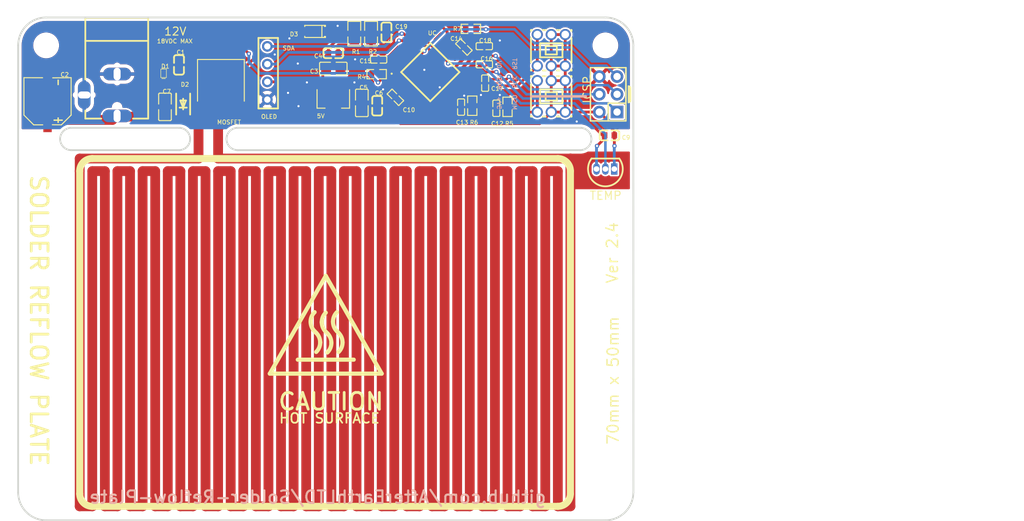
<source format=kicad_pcb>
(kicad_pcb (version 20221018) (generator pcbnew)
  (layers (0 "F.Cu" signal) (31 "B.Cu" signal) (34 "B.Paste" user) (35 "F.Paste" user) (36 "B.SilkS" user "B.Silkscreen") (37 "F.SilkS" user "F.Silkscreen") (38 "B.Mask" user) (39 "F.Mask" user) (44 "Edge.Cuts" user))
  (net 0 "")
  (net 1 "0V")
  (net 2 "TEMPDATA")
  (net 3 "5V+")
  (net 4 "SCKOLED")
  (net 5 "SDAOLED")
  (net 6 "GATE")
  (net 7 "RESET")
  (net 8 "MOSI")
  (net 9 "SCK")
  (net 10 "MISO")
  (net 11 "VCC")
  (net 12 "SW1")
  (net 13 "SW2")
  (net 14 "VCCDIV")
  (net 15 "VIN-D")
  (footprint "easyeda:DC-IN-TH_DC-005-5A-2.5" (layer "F.Cu") (at 59.05 111.325 -90)
    (fp_text reference "12V")
    (fp_text value "DC-005-5A-2.5" hide)
  )
  (footprint "easyeda:HDR-TH_6P-P2.54-V-M-R2-C3-S2.54-1" (layer "F.Cu") (at 131.65 111.225 90)
    (fp_text reference "ICSP")
    (fp_text value "Header-Male-2.54_2x3" hide)
  )
  (footprint "AutoGenerated:MountingHole_3.20mm" (layer "F.Cu") (at 51.25 168.225)
    (fp_text reference "")
    (fp_text value "")
  )
  (footprint "easyeda:R0805" (layer "F.Cu") (at 97.73 102.542 90)
    (fp_text reference "R2")
    (fp_text value "1K" hide)
  )
  (footprint "easyeda:C0805" (layer "F.Cu") (at 92.329 107.542 180)
    (fp_text reference "C3")
    (fp_text value "22uF" hide)
  )
  (footprint "easyeda:C0805" (layer "F.Cu") (at 68.25 113.025 90)
    (fp_text reference "C7")
    (fp_text value "1nF" hide)
  )
  (footprint "easyeda:SOD-882_L1.0-W0.6-BI" (layer "F.Cu") (at 68.05 108.225 -90)
    (fp_text reference "D1")
    (fp_text value "PESDMC2FD18VB" hide)
  )
  (footprint "AutoGenerated:MountingHole_3.20mm" (layer "F.Cu") (at 51.25 104.225)
    (fp_text reference "")
    (fp_text value "")
  )
  (footprint "easyeda:C0402" (layer "F.Cu") (at 114.05 109.625 90)
    (fp_text reference "C17")
    (fp_text value "10nF" hide)
  )
  (footprint "easyeda:C0402" (layer "F.Cu") (at 113.929 104.342 180)
    (fp_text reference "C18")
    (fp_text value "10nF" hide)
  )
  (footprint "easyeda:R0603" (layer "F.Cu") (at 112.208 112.86 90)
    (fp_text reference "R6")
    (fp_text value "10K" hide)
  )
  (footprint "easyeda:C0402" (layer "F.Cu") (at 98.809 106.26 180)
    (fp_text reference "C15")
    (fp_text value "10nF" hide)
  )
  (footprint "easyeda:C0603" (layer "F.Cu") (at 99.929 102.342 90)
    (fp_text reference "C19")
    (fp_text value "100nF" hide)
  )
  (footprint "AutoGenerated:MountingHole_3.20mm" (layer "F.Cu") (at 131.25 104.225)
    (fp_text reference "")
    (fp_text value "")
  )
  (footprint "easyeda:C0603" (layer "F.Cu") (at 131.832 117.107 180)
    (fp_text reference "C9")
    (fp_text value "100nF" hide)
  )
  (footprint "easyeda:C0402" (layer "F.Cu") (at 113.929 106.942 180)
    (fp_text reference "C16")
    (fp_text value "10nF" hide)
  )
  (footprint "easyeda:TQFP-32_L7.0-W7.0-P0.80-LS9.0-BL" (layer "F.Cu") (at 106.209 108.06 -45)
    (fp_text reference "UC")
    (fp_text value "ATMEGA328P-AU" hide)
  )
  (footprint "easyeda:SOD-123_L2.8-W1.8-LS3.7-FD" (layer "F.Cu") (at 70.85 112.625 -90)
    (fp_text reference "D2")
    (fp_text value "MM1Z24" hide)
  )
  (footprint "easyeda:C0402" (layer "F.Cu") (at 115.65 113.225 -90)
    (fp_text reference "C12")
    (fp_text value "10nF" hide)
  )
  (footprint "easyeda:R0603" (layer "F.Cu") (at 98.53 108.341)
    (fp_text reference "R4")
    (fp_text value "10K" hide)
  )
  (footprint "easyeda:R0603" (layer "F.Cu") (at 117.25 113.025 90)
    (fp_text reference "R5")
    (fp_text value "10K" hide)
  )
  (footprint "easyeda:C0402" (layer "F.Cu") (at 111.009 104.46 -45)
    (fp_text reference "C14")
    (fp_text value "10nF" hide)
  )
  (footprint "easyeda:TO-252-2_L6.6-W6.1-P4.57-LS9.9-BR-CW" (layer "F.Cu") (at 76.25 107.625 90)
    (fp_text reference "MOSFET")
    (fp_text value "UMW30N06" hide)
  )
  (footprint "easyeda:C0805" (layer "F.Cu") (at 96.409 112.46 -90)
    (fp_text reference "C5")
    (fp_text value "22uF" hide)
  )
  (footprint "easyeda:C0402" (layer "F.Cu") (at 110.609 113.06 -90)
    (fp_text reference "C13")
    (fp_text value "10nF" hide)
  )
  (footprint "easyeda:CAP-SMD_BD6.3-L6.6-W6.6-LS7.6-FD" (layer "F.Cu") (at 51.45 112.225 90)
    (fp_text reference "C2")
    (fp_text value "100uF" hide)
  )
  (footprint "easyeda:C0402" (layer "F.Cu") (at 101.209 111.66 135)
    (fp_text reference "C10")
    (fp_text value "10nF" hide)
  )
  (footprint "easyeda:SOD-123_L2.8-W1.8-LS3.7-RD" (layer "F.Cu") (at 89.65 102.225 180)
    (fp_text reference "D3")
    (fp_text value "DSR1M_C908221" hide)
  )
  (footprint "easyeda:TO-92-3_L4.9-W3.7-P1.27-L" (layer "F.Cu") (at 131.25 121.925 180)
    (fp_text reference "TEMP")
    (fp_text value "LMT85LP" hide)
  )
  (footprint "easyeda:OLED_0.91_128X32" (layer "F.Cu") (at 80.35 101.825)
    (fp_text reference "OLED")
    (fp_text value "SDA")
  )
  (footprint "easyeda:C0603" (layer "F.Cu") (at 70.25 107.025 -90)
    (fp_text reference "C1")
    (fp_text value "100nF" hide)
  )
  (footprint "easyeda:R0805" (layer "F.Cu") (at 95.33 102.542 90)
    (fp_text reference "R1")
    (fp_text value "3K" hide)
  )
  (footprint "easyeda:C0603" (layer "F.Cu") (at 98.609 112.86 90)
    (fp_text reference "C6")
    (fp_text value "100nF" hide)
  )
  (footprint "easyeda:SOT-89_L4.5-W2.5-P1.50-LS4.2-BR" (layer "F.Cu") (at 92.329 111.342 90)
    (fp_text reference "5V")
    (fp_text value "AMS1117-5.0S" hide)
  )
  (footprint "easyeda:SW-TH_6P-L5.8-W5.8-P2.00-LS4.5-BL" (layer "F.Cu") (at 123.507 104.922 180)
    (fp_text reference "SW2" hide)
    (fp_text value "K8-5851E-N1_C134191" hide)
  )
  (footprint "easyeda:SW-TH_6P-L5.8-W5.8-P2.00-LS4.5-BL" (layer "F.Cu") (at 123.507 111.524 180)
    (fp_text reference "SW1" hide)
    (fp_text value "K8-5851E-N1_C134191" hide)
  )
  (footprint "AutoGenerated:MountingHole_3.20mm" (layer "F.Cu") (at 131.25 168.225)
    (fp_text reference "")
    (fp_text value "")
  )
  (footprint "easyeda:C0603" (layer "F.Cu") (at 92.329 105.342)
    (fp_text reference "C4")
    (fp_text value "100nF" hide)
  )
  (footprint "easyeda:R0603" (layer "F.Cu") (at 112.01 101.859 180)
    (fp_text reference "R7")
    (fp_text value "10K" hide)
  )
  (gr_line (start 120.65 111.525) (end 128.45 111.525) (stroke (width 0.36)) (layer "B.SilkS"))
  (gr_arc (start 91.25 145.225) (mid 90.831235 144.598274) (end 90.684184 143.859) (stroke (width 0.6)) (layer "F.SilkS"))
  (gr_line (start 89.65 145.156) (end 89.884 145.391) (stroke (width 0.6)) (layer "F.SilkS"))
  (gr_arc (start 92.284 143.791) (mid 92.431065 143.051656) (end 92.84987 142.42487) (stroke (width 0.6)) (layer "F.SilkS"))
  (gr_line (start 91.25 145.225) (end 91.484 145.459) (stroke (width 0.6)) (layer "F.SilkS"))
  (gr_arc (start 92.05 146.825) (mid 91.903011 147.563962) (end 91.484423 148.190423) (stroke (width 0.6)) (layer "F.SilkS"))
  (gr_arc (start 89.884 145.391) (mid 90.302458 146.017267) (end 90.449402 146.756) (stroke (width 0.6)) (layer "F.SilkS"))
  (gr_arc (start 90.45 146.756) (mid 90.303011 147.494962) (end 89.884423 148.121423) (stroke (width 0.6)) (layer "F.SilkS"))
  (gr_arc (start 93.65 146.756) (mid 93.503011 147.494962) (end 93.084423 148.121423) (stroke (width 0.6)) (layer "F.SilkS"))
  (gr_line (start 91.25 137.225) (end 99.25 151.225) (stroke (width 0.6)) (layer "F.SilkS"))
  (gr_arc (start 89.65 145.156) (mid 89.231618 144.52935) (end 89.084891 143.790293) (stroke (width 0.6)) (layer "F.SilkS"))
  (gr_arc (start 126.25 168.425) (mid 125.722792 169.697792) (end 124.45 170.225) (stroke (width 1)) (layer "F.SilkS"))
  (gr_line (start 126.25 168.425) (end 126.25 122.225) (stroke (width 1)) (layer "F.SilkS"))
  (gr_line (start 56.05 168.425) (end 56.05 122.225) (stroke (width 1)) (layer "F.SilkS"))
  (gr_line (start 83.25 151.225) (end 91.25 137.225) (stroke (width 0.6)) (layer "F.SilkS"))
  (gr_arc (start 57.85 170.225) (mid 56.577208 169.697792) (end 56.05 168.425) (stroke (width 1)) (layer "F.SilkS"))
  (gr_arc (start 89.084 143.791) (mid 89.231065 143.051656) (end 89.64987 142.42487) (stroke (width 0.6)) (layer "F.SilkS"))
  (gr_line (start 83.25 151.225) (end 99.25 151.225) (stroke (width 0.6)) (layer "F.SilkS"))
  (gr_line (start 87.25 149.225) (end 95.25 149.225) (stroke (width 0.6)) (layer "F.SilkS"))
  (gr_arc (start 93.084 145.391) (mid 93.502458 146.017267) (end 93.649402 146.756) (stroke (width 0.6)) (layer "F.SilkS"))
  (gr_line (start 124.45 120.425) (end 57.85 120.425) (stroke (width 1)) (layer "F.SilkS"))
  (gr_arc (start 92.85 145.156) (mid 92.431618 144.52935) (end 92.284891 143.790293) (stroke (width 0.6)) (layer "F.SilkS"))
  (gr_arc (start 56.05 122.225) (mid 56.577208 120.952208) (end 57.85 120.425) (stroke (width 1)) (layer "F.SilkS"))
  (gr_line (start 57.85 170.225) (end 124.45 170.225) (stroke (width 1)) (layer "F.SilkS"))
  (gr_poly (pts (xy 134.444 112.495) (xy 134.444 109.955) (xy 134.698 109.955) (xy 134.952 110.209) (xy 134.952 112.241) (xy 134.698 112.495)) (fill solid) (layer "F.SilkS"))
  (gr_arc (start 90.684 143.859) (mid 90.831065 143.119656) (end 91.24987 142.49287) (stroke (width 0.6)) (layer "F.SilkS"))
  (gr_arc (start 91.484 145.459) (mid 91.902841 146.085343) (end 92.050109 146.824293) (stroke (width 0.6)) (layer "F.SilkS"))
  (gr_line (start 92.85 145.156) (end 93.084 145.391) (stroke (width 0.6)) (layer "F.SilkS"))
  (gr_arc (start 124.45 120.425) (mid 125.722792 120.952208) (end 126.25 122.225) (stroke (width 1)) (layer "F.SilkS"))
  (gr_arc (start 131.25 100.225) (mid 134.078427 101.396573) (end 135.25 104.225) (stroke (width 0.254)) (layer "Edge.Cuts"))
  (gr_arc (start 127.65 116.025) (mid 128.781361 116.493619) (end 129.25 117.624972) (stroke (width 0.254)) (layer "Edge.Cuts"))
  (gr_arc (start 71.85 117.625) (mid 71.381371 118.756371) (end 70.25 119.225) (stroke (width 0.254)) (layer "Edge.Cuts"))
  (gr_line (start 47.25 168.237) (end 47.25 104.225) (stroke (width 0.254)) (layer "Edge.Cuts"))
  (gr_arc (start 70.25 116.025) (mid 71.381371 116.493629) (end 71.85 117.625) (stroke (width 0.254)) (layer "Edge.Cuts"))
  (gr_line (start 54.85 119.225) (end 70.25 119.225) (stroke (width 0.254)) (layer "Edge.Cuts"))
  (gr_arc (start 135.25 168.225) (mid 134.078427 171.053427) (end 131.25 172.225) (stroke (width 0.254)) (layer "Edge.Cuts"))
  (gr_arc (start 51.25 172.225) (mid 48.421573 171.053427) (end 47.25 168.225) (stroke (width 0.254)) (layer "Edge.Cuts"))
  (gr_arc (start 129.25 117.625) (mid 128.781381 118.756361) (end 127.650028 119.225) (stroke (width 0.254)) (layer "Edge.Cuts"))
  (gr_line (start 135.25 104.225) (end 135.261 168.237) (stroke (width 0.254)) (layer "Edge.Cuts"))
  (gr_line (start 78.65 119.225) (end 127.65 119.225) (stroke (width 0.254)) (layer "Edge.Cuts"))
  (gr_arc (start 54.85 119.225) (mid 53.718629 118.756371) (end 53.25 117.625) (stroke (width 0.254)) (layer "Edge.Cuts"))
  (gr_line (start 131.25 172.225) (end 51.25 172.225) (stroke (width 0.254)) (layer "Edge.Cuts"))
  (gr_arc (start 47.25 104.225) (mid 48.421573 101.396573) (end 51.25 100.225) (stroke (width 0.254)) (layer "Edge.Cuts"))
  (gr_arc (start 78.65 119.225) (mid 77.518639 118.756381) (end 77.05 117.625028) (stroke (width 0.254)) (layer "Edge.Cuts"))
  (gr_line (start 78.65 116.025) (end 127.65 116.025) (stroke (width 0.254)) (layer "Edge.Cuts"))
  (gr_line (start 54.85 116.025) (end 70.25 116.025) (stroke (width 0.254)) (layer "Edge.Cuts"))
  (gr_arc (start 77.05 117.625) (mid 77.518619 116.493639) (end 78.649972 116.025) (stroke (width 0.254)) (layer "Edge.Cuts"))
  (gr_arc (start 53.25 117.625) (mid 53.718629 116.493629) (end 54.85 116.025) (stroke (width 0.254)) (layer "Edge.Cuts"))
  (gr_line (start 51.25 100.225) (end 131.25 100.225) (stroke (width 0.254)) (layer "Edge.Cuts"))
  (gr_text "5V+  MOSI  0V" (at 116.05 113.425 -90) (layer "B.SilkS") (effects (font (size 0.6 0.6) (thickness 0.1)) (justify left mirror)))
  (gr_text "github.com/AfterEarthLTD/Solder-Reflow-Plate" (at 122.95 168.925) (layer "B.SilkS") (effects (font (size 1.8 1.8) (thickness 0.3)) (justify left mirror)))
  (gr_text "MISO  SCK  RST" (at 118.25 113.525 -90) (layer "B.SilkS") (effects (font (size 0.6 0.6) (thickness 0.1)) (justify left mirror)))
  (gr_text "18VDC MAX" (at 67.05 103.625) (layer "F.SilkS") (effects (font (size 0.6 0.6) (thickness 0.1)) (justify left)))
  (gr_text "CAUTION" (at 84.25 155.225) (layer "F.SilkS") (effects (font (size 2.4 2.4) (thickness 0.4)) (justify left)))
  (gr_text "SOLDER REFLOW PLATE" (at 50.206 122.564 -90) (layer "F.SilkS") (effects (font (size 2.4 2.4) (thickness 0.4)) (justify left)))
  (gr_text "70mm x 50mm" (at 132.35 161.525 90) (layer "F.SilkS") (effects (font (size 1.6 1.6) (thickness 0.2)) (justify left)))
  (gr_text "Ver 2.4" (at 132.25 138.425 90) (layer "F.SilkS") (effects (font (size 1.6 1.6) (thickness 0.2)) (justify left)))
  (gr_text "HOT SURFACE" (at 84.45 157.625) (layer "F.SilkS") (effects (font (size 1.4 1.4) (thickness 0.24)) (justify left)))
  (segment (start 131.132 117.107) (end 131.132 117.543) (width 0.4) (layer "F.Cu") (net 1))
  (segment (start 131.132 117.543) (end 130.05 118.625) (width 0.4) (layer "F.Cu") (net 1))
  (segment (start 100.824 111.274) (end 101.297 111.274) (width 0.4) (layer "F.Cu") (net 1))
  (segment (start 102.271 110.301) (end 102.912 109.66) (width 0.4) (layer "F.Cu") (net 1))
  (segment (start 109.629 104.075) (end 110.624 104.075) (width 0.4) (layer "F.Cu") (net 1))
  (segment (start 109.015 104.688) (end 109.629 104.075) (width 0.4) (layer "F.Cu") (net 1))
  (segment (start 103.409 109.66) (end 104.009 110.26) (width 0.4) (layer "F.Cu") (net 1))
  (segment (start 104.009 110.26) (end 104.009 110.826) (width 0.4) (layer "F.Cu") (net 1))
  (segment (start 130.832 117.107) (end 131.132 117.107) (width 0.36) (layer "F.Cu") (net 1))
  (segment (start 104.009 110.826) (end 103.403 111.432) (width 0.4) (layer "F.Cu") (net 1))
  (segment (start 127.15 115.125) (end 128.85 115.125) (width 0.36) (layer "F.Cu") (net 1))
  (segment (start 128.85 115.125) (end 130.832 117.107) (width 0.36) (layer "F.Cu") (net 1))
  (segment (start 102.912 109.66) (end 103.409 109.66) (width 0.4) (layer "F.Cu") (net 1))
  (segment (start 101.297 111.274) (end 102.271 110.301) (width 0.4) (layer "F.Cu") (net 1))
  (via (at 111.05 111.425) (size 0.61) (drill 0.305) (layers "F.Cu" "B.Cu") (net 1))
  (via (at 130.05 118.625) (size 0.61) (drill 0.305) (layers "F.Cu" "B.Cu") (net 1))
  (via (at 113.45 111.325) (size 0.61) (drill 0.305) (layers "F.Cu" "B.Cu") (net 1))
  (via (at 116.15 103.525) (size 0.61) (drill 0.305) (layers "F.Cu" "B.Cu") (net 1))
  (via (at 95.35 109.525) (size 0.61) (drill 0.305) (layers "F.Cu" "B.Cu") (net 1))
  (via (at 105.35 107.725) (size 0.61) (drill 0.305) (layers "F.Cu" "B.Cu") (net 1))
  (via (at 85.85 111.025) (size 0.61) (drill 0.305) (layers "F.Cu" "B.Cu") (net 1))
  (via (at 116.15 111.325) (size 0.61) (drill 0.305) (layers "F.Cu" "B.Cu") (net 1))
  (via (at 88.55 109.525) (size 0.61) (drill 0.305) (layers "F.Cu" "B.Cu") (net 1))
  (via (at 95.45 106.225) (size 0.61) (drill 0.305) (layers "F.Cu" "B.Cu") (net 1))
  (via (at 115.65 106.925) (size 0.61) (drill 0.305) (layers "F.Cu" "B.Cu") (net 1))
  (via (at 99.45 110.525) (size 0.61) (drill 0.305) (layers "F.Cu" "B.Cu") (net 1))
  (via (at 107.55 110.225) (size 0.61) (drill 0.305) (layers "F.Cu" "B.Cu") (net 1))
  (via (at 83.95 105.525) (size 0.61) (drill 0.305) (layers "F.Cu" "B.Cu") (net 1))
  (via (at 87.35 112.925) (size 0.61) (drill 0.305) (layers "F.Cu" "B.Cu") (net 1))
  (via (at 92.95 101.425) (size 0.61) (drill 0.305) (layers "F.Cu" "B.Cu") (net 1))
  (via (at 87.25 106.825) (size 0.61) (drill 0.305) (layers "F.Cu" "B.Cu") (net 1))
  (via (at 86.05 103.225) (size 0.61) (drill 0.305) (layers "F.Cu" "B.Cu") (net 1))
  (via (at 127.15 115.125) (size 0.61) (drill 0.305) (layers "F.Cu" "B.Cu") (net 1))
  (segment (start 129.98 121.925) (end 129.98 118.695) (width 0.4) (layer "B.Cu") (net 1))
  (segment (start 129.98 118.695) (end 130.05 118.625) (width 0.4) (layer "B.Cu") (net 1))
  (segment (start 108.75 106.825) (end 108.75 106.641) (width 0.36) (layer "F.Cu") (net 2))
  (segment (start 108.75 106.641) (end 105.091 102.982) (width 0.36) (layer "F.Cu") (net 2))
  (via (at 108.75 106.825) (size 0.61) (drill 0.305) (layers "F.Cu" "B.Cu") (net 2))
  (segment (start 126.851 112.525) (end 131.25 116.924) (width 0.36) (layer "B.Cu") (net 2))
  (segment (start 113.45 106.825) (end 119.15 112.525) (width 0.36) (layer "B.Cu") (net 2))
  (segment (start 131.25 116.924) (end 131.25 121.925) (width 0.36) (layer "B.Cu") (net 2))
  (segment (start 108.751 106.825) (end 113.45 106.825) (width 0.36) (layer "B.Cu") (net 2))
  (segment (start 119.15 112.525) (end 126.851 112.525) (width 0.36) (layer "B.Cu") (net 2))
  (segment (start 123.505 102.674) (end 123.505 113.774) (width 0.4) (layer "F.Cu") (net 3))
  (segment (start 121.855 115.426) (end 123.506 113.775) (width 0.4) (layer "F.Cu") (net 3))
  (segment (start 131.15 115.125) (end 131.15 114.535) (width 0.36) (layer "F.Cu") (net 3))
  (segment (start 96.479 113.56) (end 98.609 113.56) (width 0.4) (layer "F.Cu") (net 3))
  (segment (start 132.532 118.607) (end 132.532 117.107) (width 0.4) (layer "F.Cu") (net 3))
  (segment (start 107.906 108.06) (end 109.038 108.06) (width 0.4) (layer "F.Cu") (net 3))
  (segment (start 100.079 113.561) (end 101.944 115.426) (width 0.4) (layer "F.Cu") (net 3))
  (segment (start 96.409 113.49) (end 96.479 113.56) (width 0.4) (layer "F.Cu") (net 3))
  (segment (start 109.038 108.06) (end 110.712 106.385) (width 0.4) (layer "F.Cu") (net 3))
  (segment (start 102.809 112.66) (end 103.306 112.66) (width 0.4) (layer "F.Cu") (net 3))
  (segment (start 132.55 118.625) (end 132.532 118.607) (width 0.4) (layer "F.Cu") (net 3))
  (segment (start 96.409 113.49) (end 93.112 113.49) (width 0.4) (layer "F.Cu") (net 3))
  (segment (start 101.594 112.045) (end 102.195 112.045) (width 0.4) (layer "F.Cu") (net 3))
  (segment (start 131.15 114.535) (end 130.38 113.765) (width 0.36) (layer "F.Cu") (net 3))
  (segment (start 111.394 105.703) (end 111.394 104.845) (width 0.4) (layer "F.Cu") (net 3))
  (segment (start 101.944 115.426) (end 121.855 115.426) (width 0.4) (layer "F.Cu") (net 3))
  (segment (start 98.609 113.56) (end 100.08 113.56) (width 0.4) (layer "F.Cu") (net 3))
  (segment (start 111.809 103.66) (end 111.256 103.107) (width 0.4) (layer "F.Cu") (net 3))
  (segment (start 102.209 111.494) (end 102.209 112.06) (width 0.4) (layer "F.Cu") (net 3))
  (segment (start 110.712 106.385) (end 111.394 105.703) (width 0.4) (layer "F.Cu") (net 3))
  (segment (start 125.507 113.775) (end 130.379 113.764) (width 0.4) (layer "F.Cu") (net 3))
  (segment (start 123.505 109.274) (end 125.505 109.274) (width 0.4) (layer "F.Cu") (net 3))
  (segment (start 103.306 112.66) (end 103.968 111.998) (width 0.4) (layer "F.Cu") (net 3))
  (segment (start 111.394 104.845) (end 111.809 104.431) (width 0.4) (layer "F.Cu") (net 3))
  (segment (start 103.968 111.998) (end 107.906 108.06) (width 0.4) (layer "F.Cu") (net 3))
  (segment (start 82.89 109.445) (end 86.47 109.445) (width 0.4) (layer "F.Cu") (net 3))
  (segment (start 92.047 112.425) (end 92.321 112.699) (width 0.4) (layer "F.Cu") (net 3))
  (segment (start 89.45 112.425) (end 92.047 112.425) (width 0.4) (layer "F.Cu") (net 3))
  (segment (start 132.532 117.107) (end 132.532 116.507) (width 0.36) (layer "F.Cu") (net 3))
  (segment (start 132.532 116.507) (end 131.15 115.125) (width 0.36) (layer "F.Cu") (net 3))
  (segment (start 102.209 112.06) (end 102.809 112.66) (width 0.4) (layer "F.Cu") (net 3))
  (segment (start 102.837 110.866) (end 102.209 111.494) (width 0.4) (layer "F.Cu") (net 3))
  (segment (start 111.256 103.107) (end 111.256 101.86) (width 0.4) (layer "F.Cu") (net 3))
  (segment (start 123.505 102.674) (end 125.505 102.674) (width 0.4) (layer "F.Cu") (net 3))
  (segment (start 100.08 113.56) (end 101.594 112.045) (width 0.4) (layer "F.Cu") (net 3))
  (segment (start 125.505 113.774) (end 123.505 113.774) (width 0.4) (layer "F.Cu") (net 3))
  (segment (start 86.47 109.445) (end 89.45 112.425) (width 0.4) (layer "F.Cu") (net 3))
  (segment (start 125.505 107.174) (end 123.505 107.174) (width 0.4) (layer "F.Cu") (net 3))
  (segment (start 93.112 113.49) (end 92.321 112.699) (width 0.4) (layer "F.Cu") (net 3))
  (segment (start 111.809 104.431) (end 111.809 103.66) (width 0.4) (layer "F.Cu") (net 3))
  (segment (start 125.505 113.774) (end 125.505 102.674) (width 0.4) (layer "F.Cu") (net 3))
  (segment (start 102.195 112.045) (end 102.21 112.061) (width 0.4) (layer "F.Cu") (net 3))
  (via (at 132.55 118.625) (size 0.61) (drill 0.305) (layers "F.Cu" "B.Cu") (net 3))
  (segment (start 132.52 118.655) (end 132.55 118.625) (width 0.4) (layer "B.Cu") (net 3))
  (segment (start 132.52 121.925) (end 132.52 118.655) (width 0.4) (layer "B.Cu") (net 3))
  (segment (start 102.257 103.542) (end 103.394 104.679) (width 0.4) (layer "F.Cu") (net 4))
  (segment (start 101.73 103.542) (end 102.257 103.542) (width 0.4) (layer "F.Cu") (net 4))
  (via (at 101.729 103.542) (size 0.61) (drill 0.305) (layers "F.Cu" "B.Cu") (net 4))
  (segment (start 85.85 105.225) (end 100.047 105.225) (width 0.4) (layer "B.Cu") (net 4))
  (segment (start 84.17 106.905) (end 85.85 105.225) (width 0.4) (layer "B.Cu") (net 4))
  (segment (start 82.89 106.905) (end 84.17 106.905) (width 0.4) (layer "B.Cu") (net 4))
  (segment (start 100.047 105.225) (end 101.73 103.542) (width 0.4) (layer "B.Cu") (net 4))
  (segment (start 102.388 102.542) (end 103.959 104.113) (width 0.4) (layer "F.Cu") (net 5))
  (segment (start 102.13 102.542) (end 102.388 102.542) (width 0.4) (layer "F.Cu") (net 5))
  (via (at 102.129 102.542) (size 0.61) (drill 0.305) (layers "F.Cu" "B.Cu") (net 5))
  (segment (start 82.89 104.365) (end 99.71 104.365) (width 0.4) (layer "B.Cu") (net 5))
  (segment (start 99.71 104.365) (end 101.451 102.624) (width 0.4) (layer "B.Cu") (net 5))
  (segment (start 101.451 102.624) (end 102.048 102.624) (width 0.4) (layer "B.Cu") (net 5))
  (segment (start 102.048 102.624) (end 102.129 102.543) (width 0.4) (layer "B.Cu") (net 5))
  (segment (start 98.73 109.542) (end 99.283 108.989) (width 0.4) (layer "F.Cu") (net 6))
  (segment (start 79.026 104.201) (end 78.54 104.201) (width 0.4) (layer "F.Cu") (net 6))
  (segment (start 101.14 109.169) (end 100.313 108.342) (width 0.4) (layer "F.Cu") (net 6))
  (segment (start 80.25 105.425) (end 79.026 104.201) (width 0.4) (layer "F.Cu") (net 6))
  (segment (start 99.283 108.989) (end 99.283 108.342) (width 0.4) (layer "F.Cu") (net 6))
  (segment (start 100.313 108.342) (end 99.283 108.342) (width 0.4) (layer "F.Cu") (net 6))
  (via (at 80.25 105.425) (size 0.61) (drill 0.305) (layers "F.Cu" "B.Cu") (net 6))
  (via (at 98.729 109.542) (size 0.61) (drill 0.305) (layers "F.Cu" "B.Cu") (net 6))
  (segment (start 81.85 108.225) (end 97.412 108.225) (width 0.4) (layer "B.Cu") (net 6))
  (segment (start 80.25 105.425) (end 80.25 106.625) (width 0.4) (layer "B.Cu") (net 6))
  (segment (start 80.25 106.625) (end 81.85 108.225) (width 0.4) (layer "B.Cu") (net 6))
  (segment (start 97.412 108.225) (end 98.73 109.542) (width 0.4) (layer "B.Cu") (net 6))
  (segment (start 99.809 106.26) (end 99.354 106.26) (width 0.4) (layer "F.Cu") (net 7))
  (segment (start 101.609 104.46) (end 99.809 106.26) (width 0.4) (layer "F.Cu") (net 7))
  (segment (start 102.828 105.245) (end 103.608 106.025) (width 0.36) (layer "F.Cu") (net 7))
  (segment (start 104.35 106.025) (end 105.35 105.025) (width 0.36) (layer "F.Cu") (net 7))
  (segment (start 103.608 106.025) (end 104.35 106.025) (width 0.36) (layer "F.Cu") (net 7))
  (segment (start 112.762 101.86) (end 114.085 101.86) (width 0.36) (layer "F.Cu") (net 7))
  (segment (start 114.085 101.86) (end 114.15 101.925) (width 0.36) (layer "F.Cu") (net 7))
  (segment (start 102.828 105.245) (end 102.043 104.46) (width 0.4) (layer "F.Cu") (net 7))
  (segment (start 102.043 104.46) (end 101.609 104.46) (width 0.4) (layer "F.Cu") (net 7))
  (via (at 105.35 105.025) (size 0.61) (drill 0.305) (layers "F.Cu" "B.Cu") (net 7))
  (via (at 114.15 101.925) (size 0.61) (drill 0.305) (layers "F.Cu" "B.Cu") (net 7))
  (segment (start 132.919 108.684) (end 131.36 107.125) (width 0.36) (layer "B.Cu") (net 7))
  (segment (start 118.251 101.925) (end 114.151 101.925) (width 0.36) (layer "B.Cu") (net 7))
  (segment (start 131.36 107.125) (end 129.051 107.125) (width 0.36) (layer "B.Cu") (net 7))
  (segment (start 108.45 101.925) (end 105.35 105.025) (width 0.36) (layer "B.Cu") (net 7))
  (segment (start 126.45 104.524) (end 120.849 104.524) (width 0.36) (layer "B.Cu") (net 7))
  (segment (start 120.849 104.524) (end 118.251 101.925) (width 0.36) (layer "B.Cu") (net 7))
  (segment (start 114.15 101.925) (end 108.45 101.925) (width 0.36) (layer "B.Cu") (net 7))
  (segment (start 129.051 107.125) (end 126.45 104.524) (width 0.36) (layer "B.Cu") (net 7))
  (segment (start 117.096 109.08) (end 117.451 108.725) (width 0.36) (layer "F.Cu") (net 8))
  (segment (start 110.721 109.744) (end 111.502 110.525) (width 0.36) (layer "F.Cu") (net 8))
  (segment (start 111.502 110.525) (end 112.05 110.525) (width 0.36) (layer "F.Cu") (net 8))
  (segment (start 113.495 109.08) (end 114.05 109.08) (width 0.36) (layer "F.Cu") (net 8))
  (segment (start 112.05 110.525) (end 113.495 109.08) (width 0.36) (layer "F.Cu") (net 8))
  (segment (start 114.05 109.08) (end 117.096 109.08) (width 0.36) (layer "F.Cu") (net 8))
  (via (at 117.451 108.725) (size 0.61) (drill 0.305) (layers "F.Cu" "B.Cu") (net 8))
  (segment (start 130.379 111.224) (end 119.95 111.224) (width 0.36) (layer "B.Cu") (net 8))
  (segment (start 119.95 111.224) (end 117.451 108.725) (width 0.36) (layer "B.Cu") (net 8))
  (segment (start 113.384 104.844) (end 113.384 104.342) (width 0.4) (layer "F.Cu") (net 9))
  (segment (start 114.265 105.725) (end 113.384 104.844) (width 0.36) (layer "F.Cu") (net 9))
  (segment (start 111.278 106.951) (end 113.384 104.844) (width 0.4) (layer "F.Cu") (net 9))
  (segment (start 115.55 105.725) (end 114.265 105.725) (width 0.36) (layer "F.Cu") (net 9))
  (via (at 115.55 105.725) (size 0.61) (drill 0.305) (layers "F.Cu" "B.Cu") (net 9))
  (segment (start 132.919 111.224) (end 131.621 109.924) (width 0.36) (layer "B.Cu") (net 9))
  (segment (start 127.25 109.924) (end 126.648 110.526) (width 0.36) (layer "B.Cu") (net 9))
  (segment (start 131.621 109.924) (end 127.25 109.924) (width 0.36) (layer "B.Cu") (net 9))
  (segment (start 126.648 110.526) (end 120.349 110.526) (width 0.36) (layer "B.Cu") (net 9))
  (segment (start 120.349 110.526) (end 115.551 105.725) (width 0.36) (layer "B.Cu") (net 9))
  (segment (start 113.384 107.081) (end 113.384 106.943) (width 0.4) (layer "F.Cu") (net 10))
  (segment (start 114.049 108.024) (end 113.384 107.358) (width 0.36) (layer "F.Cu") (net 10))
  (segment (start 113.384 107.358) (end 113.384 107.082) (width 0.36) (layer "F.Cu") (net 10))
  (segment (start 111.287 109.178) (end 113.384 107.081) (width 0.4) (layer "F.Cu") (net 10))
  (segment (start 115.65 108.024) (end 114.049 108.024) (width 0.36) (layer "F.Cu") (net 10))
  (via (at 115.65 108.025) (size 0.61) (drill 0.305) (layers "F.Cu" "B.Cu") (net 10))
  (segment (start 131.68 112.525) (end 128.149 112.525) (width 0.36) (layer "B.Cu") (net 10))
  (segment (start 119.45 111.824) (end 115.65 108.024) (width 0.36) (layer "B.Cu") (net 10))
  (segment (start 127.451 111.824) (end 119.45 111.824) (width 0.36) (layer "B.Cu") (net 10))
  (segment (start 128.149 112.525) (end 127.451 111.824) (width 0.36) (layer "B.Cu") (net 10))
  (segment (start 132.919 113.764) (end 131.68 112.525) (width 0.36) (layer "B.Cu") (net 10))
  (segment (start 80.049 107.026) (end 72.449 107.026) (width 0.4) (layer "F.Cu") (net 11))
  (segment (start 57.85 122.225) (end 59.65 122.225) (width 1.4) (layer "F.Cu") (net 11))
  (segment (start 67.05 109.025) (end 66.05 110.025) (width 1) (layer "F.Cu") (net 11))
  (segment (start 99.25 170.225) (end 101.05 170.225) (width 1.4) (layer "F.Cu") (net 11))
  (segment (start 117.25 122.225) (end 117.25 170.225) (width 1.4) (layer "F.Cu") (net 11))
  (segment (start 77.65 170.225) (end 79.45 170.225) (width 1.4) (layer "F.Cu") (net 11))
  (segment (start 86.65 122.225) (end 88.45 122.225) (width 1.4) (layer "F.Cu") (net 11))
  (segment (start 101.05 170.225) (end 101.05 122.225) (width 1.4) (layer "F.Cu") (net 11))
  (segment (start 71.649 114.425) (end 61.202 114.425) (width 1.4) (layer "F.Cu") (net 11))
  (segment (start 56.051 122.225) (end 56.051 120.424) (width 1.4) (layer "F.Cu") (net 11))
  (segment (start 124.45 122.225) (end 124.45 170.225) (width 1.4) (layer "F.Cu") (net 11))
  (segment (start 59.65 170.225) (end 61.45 170.225) (width 1.4) (layer "F.Cu") (net 11))
  (segment (start 110.05 122.225) (end 110.05 170.225) (width 1.4) (layer "F.Cu") (net 11))
  (segment (start 81.25 105.824) (end 80.049 107.026) (width 0.4) (layer "F.Cu") (net 11))
  (segment (start 93.85 170.225) (end 93.85 122.225) (width 1.4) (layer "F.Cu") (net 11))
  (segment (start 95.65 170.225) (end 97.45 170.225) (width 1.4) (layer "F.Cu") (net 11))
  (segment (start 68.65 122.225) (end 70.45 122.225) (width 1.4) (layer "F.Cu") (net 11))
  (segment (start 70.25 107.725) (end 68.95 109.025) (width 1) (layer "F.Cu") (net 11))
  (segment (start 79.45 122.225) (end 81.25 122.225) (width 1.4) (layer "F.Cu") (net 11))
  (segment (start 101.05 122.225) (end 102.85 122.225) (width 1.4) (layer "F.Cu") (net 11))
  (segment (start 75.851 116.024) (end 76.25 115.625) (width 1.4) (layer "F.Cu") (net 11))
  (segment (start 70.45 170.225) (end 72.25 170.225) (width 1.4) (layer "F.Cu") (net 11))
  (segment (start 84.85 170.225) (end 86.65 170.225) (width 1.4) (layer "F.Cu") (net 11))
  (segment (start 56.051 120.424) (end 73.049 120.424) (width 1.4) (layer "F.Cu") (net 11))
  (segment (start 92.05 170.225) (end 93.85 170.225) (width 1.4) (layer "F.Cu") (net 11))
  (segment (start 99.25 122.225) (end 99.25 170.225) (width 1.4) (layer "F.Cu") (net 11))
  (segment (start 126.25 122.225) (end 126.25 122.225) (width 1.4) (layer "F.Cu") (net 11))
  (segment (start 81.25 122.225) (end 81.25 170.225) (width 1.4) (layer "F.Cu") (net 11))
  (segment (start 126.25 170.225) (end 126.25 122.225) (width 1.4) (layer "F.Cu") (net 11))
  (segment (start 66.05 110.025) (end 66.05 114.425) (width 1) (layer "F.Cu") (net 11))
  (segment (start 73.049 115.824) (end 71.649 114.425) (width 1.4) (layer "F.Cu") (net 11))
  (segment (start 81.25 170.225) (end 83.05 170.225) (width 1.4) (layer "F.Cu") (net 11))
  (segment (start 77.65 122.225) (end 77.65 170.225) (width 1.4) (layer "F.Cu") (net 11))
  (segment (start 88.45 122.225) (end 88.45 170.225) (width 1.4) (layer "F.Cu") (net 11))
  (segment (start 61.45 170.225) (end 61.45 122.225) (width 1.4) (layer "F.Cu") (net 11))
  (segment (start 122.65 122.225) (end 124.45 122.225) (width 1.4) (layer "F.Cu") (net 11))
  (segment (start 126.25 122.224) (end 126.25 120.425) (width 1.4) (layer "F.Cu") (net 11))
  (segment (start 56.05 122.225) (end 56.05 170.225) (width 1.4) (layer "F.Cu") (net 11))
  (segment (start 75.851 120.425) (end 75.851 116.024) (width 1.4) (layer "F.Cu") (net 11))
  (segment (start 108.25 122.225) (end 110.05 122.225) (width 1.4) (layer "F.Cu") (net 11))
  (segment (start 88.45 170.225) (end 90.25 170.225) (width 1.4) (layer "F.Cu") (net 11))
  (segment (start 124.45 170.225) (end 126.25 170.225) (width 1.4) (layer "F.Cu") (net 11))
  (segment (start 113.65 122.225) (end 113.65 170.225) (width 1.4) (layer "F.Cu") (net 11))
  (segment (start 102.85 122.225) (end 102.85 170.225) (width 1.4) (layer "F.Cu") (net 11))
  (segment (start 117.25 170.225) (end 119.05 170.225) (width 1.4) (layer "F.Cu") (net 11))
  (segment (start 97.45 122.225) (end 99.25 122.225) (width 1.4) (layer "F.Cu") (net 11))
  (segment (start 119.05 122.225) (end 120.85 122.225) (width 1.4) (layer "F.Cu") (net 11))
  (segment (start 70.45 122.225) (end 70.45 170.225) (width 1.4) (layer "F.Cu") (net 11))
  (segment (start 74.05 122.225) (end 74.05 170.225) (width 1.4) (layer "F.Cu") (net 11))
  (segment (start 72.449 107.026) (end 71.751 107.724) (width 0.4) (layer "F.Cu") (net 11))
  (segment (start 71.751 107.724) (end 70.25 107.724) (width 0.4) (layer "F.Cu") (net 11))
  (segment (start 104.65 122.225) (end 106.45 122.225) (width 1.4) (layer "F.Cu") (net 11))
  (segment (start 106.45 170.225) (end 108.25 170.225) (width 1.4) (layer "F.Cu") (net 11))
  (segment (start 81.25 103.424) (end 81.25 105.824) (width 0.4) (layer "F.Cu") (net 11))
  (segment (start 95.65 122.225) (end 95.65 170.225) (width 1.4) (layer "F.Cu") (net 11))
  (segment (start 66.85 122.225) (end 66.85 170.225) (width 1.4) (layer "F.Cu") (net 11))
  (segment (start 106.45 122.225) (end 106.45 170.225) (width 1.4) (layer "F.Cu") (net 11))
  (segment (start 119.05 170.225) (end 119.05 122.225) (width 1.4) (layer "F.Cu") (net 11))
  (segment (start 92.05 122.225) (end 92.05 170.225) (width 1.4) (layer "F.Cu") (net 11))
  (segment (start 93.85 122.225) (end 95.65 122.225) (width 1.4) (layer "F.Cu") (net 11))
  (segment (start 57.85 170.225) (end 57.85 122.225) (width 1.4) (layer "F.Cu") (net 11))
  (segment (start 70.85 110.925) (end 69.78 111.995) (width 1.4) (layer "F.Cu") (net 11))
  (segment (start 60.732 114.895) (end 51.45 114.895) (width 1.4) (layer "F.Cu") (net 11))
  (segment (start 61.45 122.225) (end 63.25 122.225) (width 1.4) (layer "F.Cu") (net 11))
  (segment (start 63.25 122.225) (end 63.25 170.225) (width 1.4) (layer "F.Cu") (net 11))
  (segment (start 66.85 170.225) (end 68.65 170.225) (width 1.4) (layer "F.Cu") (net 11))
  (segment (start 115.45 170.225) (end 115.45 122.225) (width 1.4) (layer "F.Cu") (net 11))
  (segment (start 76.25 111.049) (end 76.126 110.925) (width 1.4) (layer "F.Cu") (net 11))
  (segment (start 86.65 170.225) (end 86.65 122.225) (width 1.4) (layer "F.Cu") (net 11))
  (segment (start 72.25 170.225) (end 72.25 122.225) (width 1.4) (layer "F.Cu") (net 11))
  (segment (start 110.05 170.225) (end 111.85 170.225) (width 1.4) (layer "F.Cu") (net 11))
  (segment (start 108.25 170.225) (end 108.25 122.225) (width 1.4) (layer "F.Cu") (net 11))
  (segment (start 74.05 170.225) (end 75.85 170.225) (width 1.4) (layer "F.Cu") (net 11))
  (segment (start 104.65 170.225) (end 104.65 122.225) (width 1.4) (layer "F.Cu") (net 11))
  (segment (start 76.25 115.625) (end 76.25 111.049) (width 1.4) (layer "F.Cu") (net 11))
  (segment (start 61.202 114.425) (end 60.732 114.895) (width 1.4) (layer "F.Cu") (net 11))
  (segment (start 111.85 122.225) (end 113.65 122.225) (width 1.4) (layer "F.Cu") (net 11))
  (segment (start 90.25 122.225) (end 92.05 122.225) (width 1.4) (layer "F.Cu") (net 11))
  (segment (start 102.85 170.225) (end 104.65 170.225) (width 1.4) (layer "F.Cu") (net 11))
  (segment (start 73.049 120.424) (end 73.049 115.824) (width 1.4) (layer "F.Cu") (net 11))
  (segment (start 115.45 122.225) (end 117.25 122.225) (width 1.4) (layer "F.Cu") (net 11))
  (segment (start 83.05 170.225) (end 83.05 122.225) (width 1.4) (layer "F.Cu") (net 11))
  (segment (start 76.126 110.925) (end 70.85 110.925) (width 1.4) (layer "F.Cu") (net 11))
  (segment (start 68.65 170.225) (end 68.65 122.225) (width 1.4) (layer "F.Cu") (net 11))
  (segment (start 97.45 170.225) (end 97.45 122.225) (width 1.4) (layer "F.Cu") (net 11))
  (segment (start 126.25 120.425) (end 75.851 120.425) (width 1.4) (layer "F.Cu") (net 11))
  (segment (start 75.85 170.225) (end 75.85 122.225) (width 1.4) (layer "F.Cu") (net 11))
  (segment (start 120.85 170.225) (end 122.65 170.225) (width 1.4) (layer "F.Cu") (net 11))
  (segment (start 120.85 122.225) (end 120.85 170.225) (width 1.4) (layer "F.Cu") (net 11))
  (segment (start 90.25 170.225) (end 90.25 122.225) (width 1.4) (layer "F.Cu") (net 11))
  (segment (start 63.25 170.225) (end 65.05 170.225) (width 1.4) (layer "F.Cu") (net 11))
  (segment (start 59.65 122.225) (end 59.65 170.225) (width 1.4) (layer "F.Cu") (net 11))
  (segment (start 87.959 102.225) (end 82.449 102.225) (width 0.4) (layer "F.Cu") (net 11))
  (segment (start 65.05 122.225) (end 66.85 122.225) (width 1.4) (layer "F.Cu") (net 11))
  (segment (start 69.78 111.995) (end 68.25 111.995) (width 1.4) (layer "F.Cu") (net 11))
  (segment (start 72.25 122.225) (end 74.05 122.225) (width 1.4) (layer "F.Cu") (net 11))
  (segment (start 75.85 122.225) (end 77.65 122.225) (width 1.4) (layer "F.Cu") (net 11))
  (segment (start 83.05 122.225) (end 84.85 122.225) (width 1.4) (layer "F.Cu") (net 11))
  (segment (start 68.95 109.025) (end 67.05 109.025) (width 1) (layer "F.Cu") (net 11))
  (segment (start 82.449 102.225) (end 81.25 103.424) (width 0.4) (layer "F.Cu") (net 11))
  (segment (start 65.05 170.225) (end 65.05 122.225) (width 1.4) (layer "F.Cu") (net 11))
  (segment (start 113.65 170.225) (end 115.45 170.225) (width 1.4) (layer "F.Cu") (net 11))
  (segment (start 79.45 170.225) (end 79.45 122.225) (width 1.4) (layer "F.Cu") (net 11))
  (segment (start 111.85 170.225) (end 111.85 122.225) (width 1.4) (layer "F.Cu") (net 11))
  (segment (start 84.85 122.225) (end 84.85 170.225) (width 1.4) (layer "F.Cu") (net 11))
  (segment (start 122.65 170.225) (end 122.65 122.225) (width 1.4) (layer "F.Cu") (net 11))
  (segment (start 56.05 170.225) (end 57.85 170.225) (width 1.4) (layer "F.Cu") (net 11))
  (segment (start 115.65 113.77) (end 117.25 113.778) (width 0.4) (layer "F.Cu") (net 12))
  (segment (start 121.505 113.774) (end 121.505 109.274) (width 0.4) (layer "F.Cu") (net 12))
  (segment (start 121.503 113.778) (end 117.25 113.778) (width 0.4) (layer "F.Cu") (net 12))
  (segment (start 107.327 113.138) (end 108.931 114.742) (width 0.4) (layer "F.Cu") (net 12))
  (segment (start 121.507 113.774) (end 121.503 113.778) (width 0.4) (layer "F.Cu") (net 12))
  (segment (start 114.678 114.742) (end 115.65 113.77) (width 0.4) (layer "F.Cu") (net 12))
  (segment (start 115.65 113.828) (end 115.65 113.77) (width 0.4) (layer "F.Cu") (net 12))
  (segment (start 108.931 114.742) (end 114.678 114.742) (width 0.4) (layer "F.Cu") (net 12))
  (segment (start 113.662 113.613) (end 114.25 113.025) (width 0.4) (layer "F.Cu") (net 13))
  (segment (start 108.934 113.613) (end 112.209 113.613) (width 0.4) (layer "F.Cu") (net 13))
  (segment (start 112.209 113.613) (end 113.662 113.613) (width 0.4) (layer "F.Cu") (net 13))
  (segment (start 121.505 102.674) (end 121.505 107.174) (width 0.4) (layer "F.Cu") (net 13))
  (segment (start 116.25 110.025) (end 118.654 110.025) (width 0.4) (layer "F.Cu") (net 13))
  (segment (start 118.654 110.025) (end 121.507 107.172) (width 0.4) (layer "F.Cu") (net 13))
  (segment (start 107.893 112.572) (end 108.934 113.613) (width 0.4) (layer "F.Cu") (net 13))
  (segment (start 114.25 112.025) (end 116.25 110.025) (width 0.4) (layer "F.Cu") (net 13))
  (segment (start 114.25 113.025) (end 114.25 112.025) (width 0.4) (layer "F.Cu") (net 13))
  (segment (start 107.884 103.557) (end 108.609 102.832) (width 0.4) (layer "F.Cu") (net 14))
  (segment (start 99.93 101.642) (end 99.863 101.576) (width 0.4) (layer "F.Cu") (net 14))
  (segment (start 108.609 102.26) (end 107.991 101.642) (width 0.4) (layer "F.Cu") (net 14))
  (segment (start 108.609 102.832) (end 108.609 102.26) (width 0.4) (layer "F.Cu") (net 14))
  (segment (start 107.991 101.642) (end 99.929 101.642) (width 0.4) (layer "F.Cu") (net 14))
  (segment (start 99.863 101.576) (end 95.33 101.576) (width 0.4) (layer "F.Cu") (net 14))
  (segment (start 91.342 102.225) (end 91.483 102.225) (width 0.4) (layer "F.Cu") (net 15))
  (segment (start 91.629 105.342) (end 91.3 105.672) (width 0.4) (layer "F.Cu") (net 15))
  (segment (start 91.629 104.646) (end 92.766 103.509) (width 0.4) (layer "F.Cu") (net 15))
  (segment (start 91.629 105.342) (end 91.629 104.646) (width 0.4) (layer "F.Cu") (net 15))
  (segment (start 92.766 103.509) (end 95.33 103.509) (width 0.4) (layer "F.Cu") (net 15))
  (segment (start 91.483 102.225) (end 92.766 103.509) (width 0.4) (layer "F.Cu") (net 15))
  (segment (start 91.3 105.672) (end 91.3 107.542) (width 0.4) (layer "F.Cu") (net 15))
  (segment (start 90.829 108.013) (end 90.829 109.986) (width 0.4) (layer "F.Cu") (net 15))
  (segment (start 91.3 107.542) (end 90.829 108.013) (width 0.4) (layer "F.Cu") (net 15))
  (zone (net 11) (net_name "VCC") (layer "F.Cu") (connect_pads (clearance 0.254)) (min_thickness 0.25) (fill yes (thermal_gap 0.5) (thermal_bridge_width 0.5))
    (polygon (pts (xy 126.45 119.425) (xy 135.85 119.425) (xy 136.05 119.625) (xy 136.05 120.625) (xy 136.05 124.625) (xy 135.85 124.825) (xy 126.45 124.825) (xy 126.05 119.825)))
  )
  (zone (net 1) (net_name "0V") (layer "F.Cu") (connect_pads (clearance 0.254)) (min_thickness 0.25) (fill yes (thermal_gap 0.5) (thermal_bridge_width 0.5))
    (polygon (pts (xy 45.05 97.725) (xy 135.75 97.725) (xy 137.75 99.725) (xy 137.75 116.125) (xy 137.65 116.225) (xy 46.75 116.225) (xy 45.65 115.125)))
  )
  (zone (net 1) (net_name "0V") (layer "B.Cu") (connect_pads (clearance 0.254)) (min_thickness 0.25) (fill yes (thermal_gap 0.5) (thermal_bridge_width 0.5))
    (polygon (pts (xy 44.65 97.725) (xy 135.35 97.725) (xy 137.35 99.725) (xy 137.35 116.125) (xy 137.25 116.225) (xy 46.35 116.225) (xy 45.25 115.125)))
  )
)
</source>
